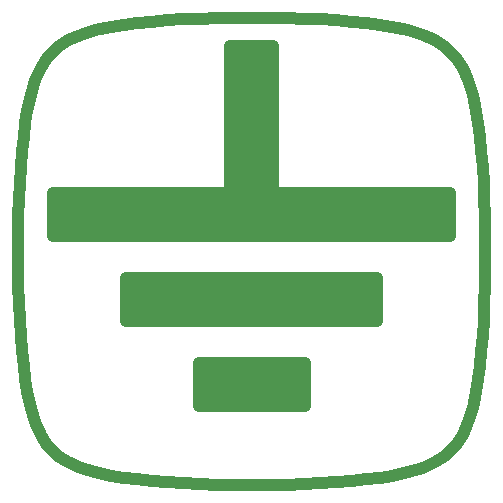
<source format=gbr>
%TF.GenerationSoftware,KiCad,Pcbnew,(6.0.7)*%
%TF.CreationDate,2022-09-18T23:27:57+03:00*%
%TF.ProjectId,groundPatch,67726f75-6e64-4506-9174-63682e6b6963,rev?*%
%TF.SameCoordinates,Original*%
%TF.FileFunction,Soldermask,Top*%
%TF.FilePolarity,Negative*%
%FSLAX46Y46*%
G04 Gerber Fmt 4.6, Leading zero omitted, Abs format (unit mm)*
G04 Created by KiCad (PCBNEW (6.0.7)) date 2022-09-18 23:27:57*
%MOMM*%
%LPD*%
G01*
G04 APERTURE LIST*
%ADD10C,1.000000*%
%ADD11C,0.200000*%
G04 APERTURE END LIST*
D10*
%TO.C,TP1*%
X156900000Y-111307820D02*
X156900000Y-114907800D01*
X147900000Y-114907800D02*
X147900000Y-111307820D01*
X150600000Y-84407800D02*
X154200000Y-84407800D01*
X141751000Y-107707820D02*
X141751000Y-104107820D01*
X147900000Y-111307820D02*
X156900000Y-111307820D01*
X156900000Y-114907800D02*
X147900000Y-114907800D01*
X135602100Y-96907820D02*
X150600000Y-96907820D01*
X169197900Y-96907820D02*
X169197900Y-100507820D01*
X141751000Y-104107820D02*
X163049000Y-104107820D01*
X135602100Y-100507820D02*
X135602100Y-96907820D01*
X163049000Y-104107820D02*
X163049000Y-107707820D01*
X154200000Y-84407800D02*
X154200000Y-96907820D01*
X150600000Y-96907820D02*
X150600000Y-84407800D01*
X169197900Y-100507820D02*
X135602100Y-100507820D01*
X163049000Y-107707820D02*
X141751000Y-107707820D01*
X154200000Y-96907820D02*
X169197900Y-96907820D01*
G36*
X154200000Y-96907820D02*
G01*
X169197900Y-96907820D01*
X169197900Y-100507820D01*
X135602100Y-100507820D01*
X135602100Y-96907820D01*
X150600000Y-96907820D01*
X150600000Y-84407800D01*
X154200000Y-84407800D01*
X154200000Y-96907820D01*
G37*
D11*
X154200000Y-96907820D02*
X169197900Y-96907820D01*
X169197900Y-100507820D01*
X135602100Y-100507820D01*
X135602100Y-96907820D01*
X150600000Y-96907820D01*
X150600000Y-84407800D01*
X154200000Y-84407800D01*
X154200000Y-96907820D01*
G36*
X156900000Y-114907800D02*
G01*
X147900000Y-114907800D01*
X147900000Y-111307820D01*
X156900000Y-111307820D01*
X156900000Y-114907800D01*
G37*
X156900000Y-114907800D02*
X147900000Y-114907800D01*
X147900000Y-111307820D01*
X156900000Y-111307820D01*
X156900000Y-114907800D01*
G36*
X163049000Y-107707820D02*
G01*
X141751000Y-107707820D01*
X141751000Y-104107820D01*
X163049000Y-104107820D01*
X163049000Y-107707820D01*
G37*
X163049000Y-107707820D02*
X141751000Y-107707820D01*
X141751000Y-104107820D01*
X163049000Y-104107820D01*
X163049000Y-107707820D01*
D10*
X133233300Y-90981700D02*
X133086821Y-92122237D01*
X132959873Y-93348225D01*
X132852455Y-94647455D01*
X132764568Y-96007721D01*
X132696212Y-97416816D01*
X132647385Y-98862532D01*
X132618090Y-100332662D01*
X132608325Y-101815000D01*
X132618090Y-103297337D01*
X132647385Y-104767467D01*
X132696212Y-106213183D01*
X132764568Y-107622278D01*
X132852455Y-108982544D01*
X132959873Y-110281774D01*
X133086821Y-111507762D01*
X133233300Y-112648300D01*
X133233300Y-112648300D02*
X133400140Y-113694046D01*
X133697698Y-115090237D01*
X134066662Y-116294162D01*
X134523513Y-117322302D01*
X135084733Y-118191139D01*
X136023860Y-119130266D01*
X136892697Y-119691486D01*
X137920837Y-120148337D01*
X139124762Y-120517301D01*
X140520953Y-120814859D01*
X141566700Y-120981700D01*
X141566700Y-82648300D02*
X140520953Y-82815140D01*
X139124762Y-83112698D01*
X137920837Y-83481662D01*
X136892697Y-83938513D01*
X136023860Y-84499733D01*
X135084733Y-85438860D01*
X134523513Y-86307697D01*
X134066662Y-87335837D01*
X133697698Y-88539762D01*
X133400140Y-89935953D01*
X133233300Y-90981700D01*
X163233300Y-82648300D02*
X162092762Y-82501821D01*
X160866774Y-82374873D01*
X159567544Y-82267455D01*
X158207278Y-82179568D01*
X156798183Y-82111212D01*
X155352467Y-82062385D01*
X153882337Y-82033090D01*
X152400000Y-82023325D01*
X150917662Y-82033090D01*
X149447532Y-82062385D01*
X148001816Y-82111212D01*
X146592721Y-82179568D01*
X145232455Y-82267455D01*
X143933225Y-82374873D01*
X142707237Y-82501821D01*
X141566700Y-82648300D01*
X163233300Y-120981700D02*
X164279046Y-120814859D01*
X165675237Y-120517301D01*
X166879162Y-120148337D01*
X167907302Y-119691486D01*
X168776139Y-119130266D01*
X169715266Y-118191139D01*
X170276486Y-117322302D01*
X170733337Y-116294162D01*
X171102301Y-115090237D01*
X171399859Y-113694046D01*
X171566700Y-112648300D01*
X171566700Y-112648300D02*
X171713178Y-111507762D01*
X171840126Y-110281774D01*
X171947544Y-108982544D01*
X172035431Y-107622278D01*
X172103787Y-106213183D01*
X172152614Y-104767467D01*
X172181909Y-103297337D01*
X172191675Y-101815000D01*
X172181909Y-100332662D01*
X172152614Y-98862532D01*
X172103787Y-97416816D01*
X172035431Y-96007721D01*
X171947544Y-94647455D01*
X171840126Y-93348225D01*
X171713178Y-92122237D01*
X171566700Y-90981700D01*
X171566700Y-90981700D02*
X171399859Y-89935953D01*
X171102301Y-88539762D01*
X170733337Y-87335837D01*
X170276486Y-86307697D01*
X169715266Y-85438860D01*
X168776139Y-84499733D01*
X167907302Y-83938513D01*
X166879162Y-83481662D01*
X165675237Y-83112698D01*
X164279046Y-82815140D01*
X163233300Y-82648300D01*
X141566700Y-120981700D02*
X142707237Y-121128178D01*
X143933225Y-121255126D01*
X145232455Y-121362544D01*
X146592721Y-121450431D01*
X148001816Y-121518787D01*
X149447532Y-121567614D01*
X150917662Y-121596909D01*
X152400000Y-121606675D01*
X153882337Y-121596909D01*
X155352467Y-121567614D01*
X156798183Y-121518787D01*
X158207278Y-121450431D01*
X159567544Y-121362544D01*
X160866774Y-121255126D01*
X162092762Y-121128178D01*
X163233300Y-120981700D01*
%TD*%
M02*

</source>
